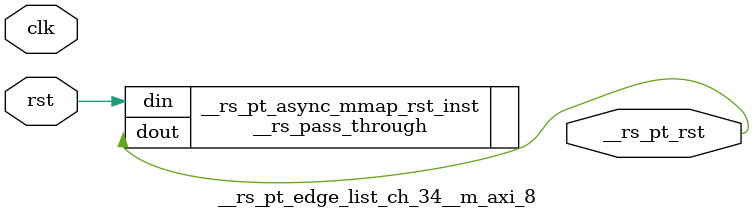
<source format=v>
`timescale 1 ns / 1 ps
/**   Generated by RapidStream   **/
module __rs_pt_edge_list_ch_34__m_axi_8 #(
    parameter BufferSize         = 32,
    parameter BufferSizeLog      = 5,
    parameter AddrWidth          = 64,
    parameter AxiSideAddrWidth   = 64,
    parameter DataWidth          = 512,
    parameter DataWidthBytesLog  = 6,
    parameter WaitTimeWidth      = 4,
    parameter BurstLenWidth      = 8,
    parameter EnableReadChannel  = 1,
    parameter EnableWriteChannel = 1,
    parameter MaxWaitTime        = 3,
    parameter MaxBurstLen        = 15
) (
    output wire __rs_pt_rst,
    input wire  clk,
    input wire  rst
);




__rs_pass_through #(
    .WIDTH (1)
) __rs_pt_async_mmap_rst_inst /**   Generated by RapidStream   **/ (
    .din  (rst),
    .dout (__rs_pt_rst)
);

endmodule  // __rs_pt_edge_list_ch_34__m_axi_8
</source>
